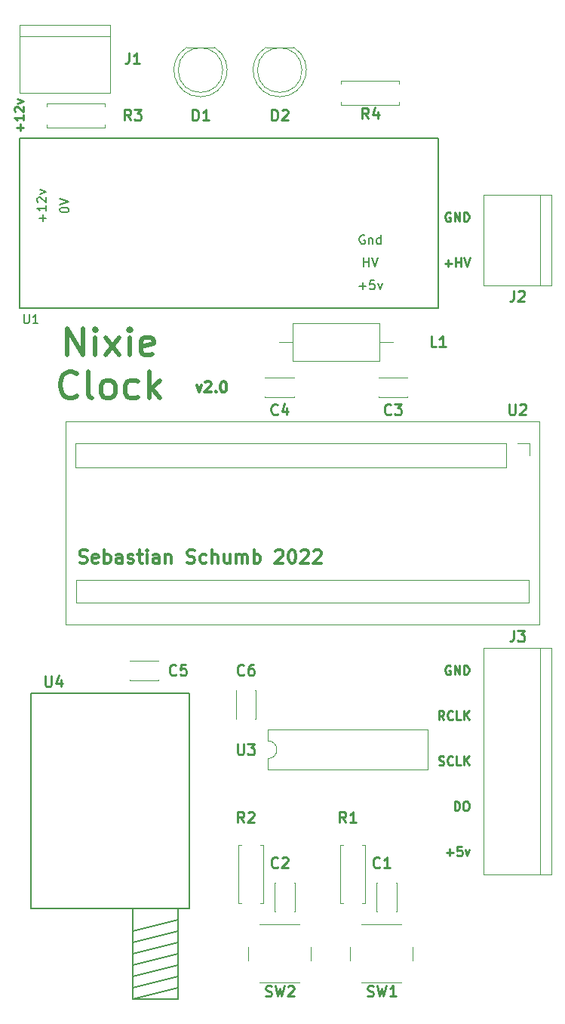
<source format=gbr>
%TF.GenerationSoftware,KiCad,Pcbnew,6.0.0*%
%TF.CreationDate,2022-01-29T19:02:30+01:00*%
%TF.ProjectId,clock-board,636c6f63-6b2d-4626-9f61-72642e6b6963,rev?*%
%TF.SameCoordinates,Original*%
%TF.FileFunction,Legend,Top*%
%TF.FilePolarity,Positive*%
%FSLAX46Y46*%
G04 Gerber Fmt 4.6, Leading zero omitted, Abs format (unit mm)*
G04 Created by KiCad (PCBNEW 6.0.0) date 2022-01-29 19:02:30*
%MOMM*%
%LPD*%
G01*
G04 APERTURE LIST*
%ADD10C,0.300000*%
%ADD11C,0.500000*%
%ADD12C,0.250000*%
%ADD13C,0.150000*%
%ADD14C,0.120000*%
G04 APERTURE END LIST*
D10*
X66438571Y-114907142D02*
X66652857Y-114978571D01*
X67010000Y-114978571D01*
X67152857Y-114907142D01*
X67224285Y-114835714D01*
X67295714Y-114692857D01*
X67295714Y-114550000D01*
X67224285Y-114407142D01*
X67152857Y-114335714D01*
X67010000Y-114264285D01*
X66724285Y-114192857D01*
X66581428Y-114121428D01*
X66510000Y-114050000D01*
X66438571Y-113907142D01*
X66438571Y-113764285D01*
X66510000Y-113621428D01*
X66581428Y-113550000D01*
X66724285Y-113478571D01*
X67081428Y-113478571D01*
X67295714Y-113550000D01*
X68510000Y-114907142D02*
X68367142Y-114978571D01*
X68081428Y-114978571D01*
X67938571Y-114907142D01*
X67867142Y-114764285D01*
X67867142Y-114192857D01*
X67938571Y-114050000D01*
X68081428Y-113978571D01*
X68367142Y-113978571D01*
X68510000Y-114050000D01*
X68581428Y-114192857D01*
X68581428Y-114335714D01*
X67867142Y-114478571D01*
X69224285Y-114978571D02*
X69224285Y-113478571D01*
X69224285Y-114050000D02*
X69367142Y-113978571D01*
X69652857Y-113978571D01*
X69795714Y-114050000D01*
X69867142Y-114121428D01*
X69938571Y-114264285D01*
X69938571Y-114692857D01*
X69867142Y-114835714D01*
X69795714Y-114907142D01*
X69652857Y-114978571D01*
X69367142Y-114978571D01*
X69224285Y-114907142D01*
X71224285Y-114978571D02*
X71224285Y-114192857D01*
X71152857Y-114050000D01*
X71010000Y-113978571D01*
X70724285Y-113978571D01*
X70581428Y-114050000D01*
X71224285Y-114907142D02*
X71081428Y-114978571D01*
X70724285Y-114978571D01*
X70581428Y-114907142D01*
X70510000Y-114764285D01*
X70510000Y-114621428D01*
X70581428Y-114478571D01*
X70724285Y-114407142D01*
X71081428Y-114407142D01*
X71224285Y-114335714D01*
X71867142Y-114907142D02*
X72010000Y-114978571D01*
X72295714Y-114978571D01*
X72438571Y-114907142D01*
X72510000Y-114764285D01*
X72510000Y-114692857D01*
X72438571Y-114550000D01*
X72295714Y-114478571D01*
X72081428Y-114478571D01*
X71938571Y-114407142D01*
X71867142Y-114264285D01*
X71867142Y-114192857D01*
X71938571Y-114050000D01*
X72081428Y-113978571D01*
X72295714Y-113978571D01*
X72438571Y-114050000D01*
X72938571Y-113978571D02*
X73510000Y-113978571D01*
X73152857Y-113478571D02*
X73152857Y-114764285D01*
X73224285Y-114907142D01*
X73367142Y-114978571D01*
X73510000Y-114978571D01*
X74010000Y-114978571D02*
X74010000Y-113978571D01*
X74010000Y-113478571D02*
X73938571Y-113550000D01*
X74010000Y-113621428D01*
X74081428Y-113550000D01*
X74010000Y-113478571D01*
X74010000Y-113621428D01*
X75367142Y-114978571D02*
X75367142Y-114192857D01*
X75295714Y-114050000D01*
X75152857Y-113978571D01*
X74867142Y-113978571D01*
X74724285Y-114050000D01*
X75367142Y-114907142D02*
X75224285Y-114978571D01*
X74867142Y-114978571D01*
X74724285Y-114907142D01*
X74652857Y-114764285D01*
X74652857Y-114621428D01*
X74724285Y-114478571D01*
X74867142Y-114407142D01*
X75224285Y-114407142D01*
X75367142Y-114335714D01*
X76081428Y-113978571D02*
X76081428Y-114978571D01*
X76081428Y-114121428D02*
X76152857Y-114050000D01*
X76295714Y-113978571D01*
X76510000Y-113978571D01*
X76652857Y-114050000D01*
X76724285Y-114192857D01*
X76724285Y-114978571D01*
X78510000Y-114907142D02*
X78724285Y-114978571D01*
X79081428Y-114978571D01*
X79224285Y-114907142D01*
X79295714Y-114835714D01*
X79367142Y-114692857D01*
X79367142Y-114550000D01*
X79295714Y-114407142D01*
X79224285Y-114335714D01*
X79081428Y-114264285D01*
X78795714Y-114192857D01*
X78652857Y-114121428D01*
X78581428Y-114050000D01*
X78510000Y-113907142D01*
X78510000Y-113764285D01*
X78581428Y-113621428D01*
X78652857Y-113550000D01*
X78795714Y-113478571D01*
X79152857Y-113478571D01*
X79367142Y-113550000D01*
X80652857Y-114907142D02*
X80510000Y-114978571D01*
X80224285Y-114978571D01*
X80081428Y-114907142D01*
X80010000Y-114835714D01*
X79938571Y-114692857D01*
X79938571Y-114264285D01*
X80010000Y-114121428D01*
X80081428Y-114050000D01*
X80224285Y-113978571D01*
X80510000Y-113978571D01*
X80652857Y-114050000D01*
X81295714Y-114978571D02*
X81295714Y-113478571D01*
X81938571Y-114978571D02*
X81938571Y-114192857D01*
X81867142Y-114050000D01*
X81724285Y-113978571D01*
X81510000Y-113978571D01*
X81367142Y-114050000D01*
X81295714Y-114121428D01*
X83295714Y-113978571D02*
X83295714Y-114978571D01*
X82652857Y-113978571D02*
X82652857Y-114764285D01*
X82724285Y-114907142D01*
X82867142Y-114978571D01*
X83081428Y-114978571D01*
X83224285Y-114907142D01*
X83295714Y-114835714D01*
X84010000Y-114978571D02*
X84010000Y-113978571D01*
X84010000Y-114121428D02*
X84081428Y-114050000D01*
X84224285Y-113978571D01*
X84438571Y-113978571D01*
X84581428Y-114050000D01*
X84652857Y-114192857D01*
X84652857Y-114978571D01*
X84652857Y-114192857D02*
X84724285Y-114050000D01*
X84867142Y-113978571D01*
X85081428Y-113978571D01*
X85224285Y-114050000D01*
X85295714Y-114192857D01*
X85295714Y-114978571D01*
X86010000Y-114978571D02*
X86010000Y-113478571D01*
X86010000Y-114050000D02*
X86152857Y-113978571D01*
X86438571Y-113978571D01*
X86581428Y-114050000D01*
X86652857Y-114121428D01*
X86724285Y-114264285D01*
X86724285Y-114692857D01*
X86652857Y-114835714D01*
X86581428Y-114907142D01*
X86438571Y-114978571D01*
X86152857Y-114978571D01*
X86010000Y-114907142D01*
X88438571Y-113621428D02*
X88510000Y-113550000D01*
X88652857Y-113478571D01*
X89010000Y-113478571D01*
X89152857Y-113550000D01*
X89224285Y-113621428D01*
X89295714Y-113764285D01*
X89295714Y-113907142D01*
X89224285Y-114121428D01*
X88367142Y-114978571D01*
X89295714Y-114978571D01*
X90224285Y-113478571D02*
X90367142Y-113478571D01*
X90510000Y-113550000D01*
X90581428Y-113621428D01*
X90652857Y-113764285D01*
X90724285Y-114050000D01*
X90724285Y-114407142D01*
X90652857Y-114692857D01*
X90581428Y-114835714D01*
X90510000Y-114907142D01*
X90367142Y-114978571D01*
X90224285Y-114978571D01*
X90081428Y-114907142D01*
X90010000Y-114835714D01*
X89938571Y-114692857D01*
X89867142Y-114407142D01*
X89867142Y-114050000D01*
X89938571Y-113764285D01*
X90010000Y-113621428D01*
X90081428Y-113550000D01*
X90224285Y-113478571D01*
X91295714Y-113621428D02*
X91367142Y-113550000D01*
X91510000Y-113478571D01*
X91867142Y-113478571D01*
X92010000Y-113550000D01*
X92081428Y-113621428D01*
X92152857Y-113764285D01*
X92152857Y-113907142D01*
X92081428Y-114121428D01*
X91224285Y-114978571D01*
X92152857Y-114978571D01*
X92724285Y-113621428D02*
X92795714Y-113550000D01*
X92938571Y-113478571D01*
X93295714Y-113478571D01*
X93438571Y-113550000D01*
X93510000Y-113621428D01*
X93581428Y-113764285D01*
X93581428Y-113907142D01*
X93510000Y-114121428D01*
X92652857Y-114978571D01*
X93581428Y-114978571D01*
X79565714Y-94992857D02*
X79851428Y-95792857D01*
X80137142Y-94992857D01*
X80537142Y-94707142D02*
X80594285Y-94650000D01*
X80708571Y-94592857D01*
X80994285Y-94592857D01*
X81108571Y-94650000D01*
X81165714Y-94707142D01*
X81222857Y-94821428D01*
X81222857Y-94935714D01*
X81165714Y-95107142D01*
X80480000Y-95792857D01*
X81222857Y-95792857D01*
X81737142Y-95678571D02*
X81794285Y-95735714D01*
X81737142Y-95792857D01*
X81680000Y-95735714D01*
X81737142Y-95678571D01*
X81737142Y-95792857D01*
X82537142Y-94592857D02*
X82651428Y-94592857D01*
X82765714Y-94650000D01*
X82822857Y-94707142D01*
X82880000Y-94821428D01*
X82937142Y-95050000D01*
X82937142Y-95335714D01*
X82880000Y-95564285D01*
X82822857Y-95678571D01*
X82765714Y-95735714D01*
X82651428Y-95792857D01*
X82537142Y-95792857D01*
X82422857Y-95735714D01*
X82365714Y-95678571D01*
X82308571Y-95564285D01*
X82251428Y-95335714D01*
X82251428Y-95050000D01*
X82308571Y-94821428D01*
X82365714Y-94707142D01*
X82422857Y-94650000D01*
X82537142Y-94592857D01*
D11*
X65064285Y-91652142D02*
X65064285Y-88652142D01*
X66778571Y-91652142D01*
X66778571Y-88652142D01*
X68207142Y-91652142D02*
X68207142Y-89652142D01*
X68207142Y-88652142D02*
X68064285Y-88795000D01*
X68207142Y-88937857D01*
X68350000Y-88795000D01*
X68207142Y-88652142D01*
X68207142Y-88937857D01*
X69350000Y-91652142D02*
X70921428Y-89652142D01*
X69350000Y-89652142D02*
X70921428Y-91652142D01*
X72064285Y-91652142D02*
X72064285Y-89652142D01*
X72064285Y-88652142D02*
X71921428Y-88795000D01*
X72064285Y-88937857D01*
X72207142Y-88795000D01*
X72064285Y-88652142D01*
X72064285Y-88937857D01*
X74635714Y-91509285D02*
X74350000Y-91652142D01*
X73778571Y-91652142D01*
X73492857Y-91509285D01*
X73350000Y-91223571D01*
X73350000Y-90080714D01*
X73492857Y-89795000D01*
X73778571Y-89652142D01*
X74350000Y-89652142D01*
X74635714Y-89795000D01*
X74778571Y-90080714D01*
X74778571Y-90366428D01*
X73350000Y-90652142D01*
X66135714Y-96196428D02*
X65992857Y-96339285D01*
X65564285Y-96482142D01*
X65278571Y-96482142D01*
X64850000Y-96339285D01*
X64564285Y-96053571D01*
X64421428Y-95767857D01*
X64278571Y-95196428D01*
X64278571Y-94767857D01*
X64421428Y-94196428D01*
X64564285Y-93910714D01*
X64850000Y-93625000D01*
X65278571Y-93482142D01*
X65564285Y-93482142D01*
X65992857Y-93625000D01*
X66135714Y-93767857D01*
X67850000Y-96482142D02*
X67564285Y-96339285D01*
X67421428Y-96053571D01*
X67421428Y-93482142D01*
X69421428Y-96482142D02*
X69135714Y-96339285D01*
X68992857Y-96196428D01*
X68850000Y-95910714D01*
X68850000Y-95053571D01*
X68992857Y-94767857D01*
X69135714Y-94625000D01*
X69421428Y-94482142D01*
X69850000Y-94482142D01*
X70135714Y-94625000D01*
X70278571Y-94767857D01*
X70421428Y-95053571D01*
X70421428Y-95910714D01*
X70278571Y-96196428D01*
X70135714Y-96339285D01*
X69850000Y-96482142D01*
X69421428Y-96482142D01*
X72992857Y-96339285D02*
X72707142Y-96482142D01*
X72135714Y-96482142D01*
X71850000Y-96339285D01*
X71707142Y-96196428D01*
X71564285Y-95910714D01*
X71564285Y-95053571D01*
X71707142Y-94767857D01*
X71850000Y-94625000D01*
X72135714Y-94482142D01*
X72707142Y-94482142D01*
X72992857Y-94625000D01*
X74278571Y-96482142D02*
X74278571Y-93482142D01*
X74564285Y-95339285D02*
X75421428Y-96482142D01*
X75421428Y-94482142D02*
X74278571Y-95625000D01*
D12*
X59761428Y-66484285D02*
X59761428Y-65722380D01*
X60142380Y-66103333D02*
X59380476Y-66103333D01*
X60142380Y-64722380D02*
X60142380Y-65293809D01*
X60142380Y-65008095D02*
X59142380Y-65008095D01*
X59285238Y-65103333D01*
X59380476Y-65198571D01*
X59428095Y-65293809D01*
X59237619Y-64341428D02*
X59190000Y-64293809D01*
X59142380Y-64198571D01*
X59142380Y-63960476D01*
X59190000Y-63865238D01*
X59237619Y-63817619D01*
X59332857Y-63770000D01*
X59428095Y-63770000D01*
X59570952Y-63817619D01*
X60142380Y-64389047D01*
X60142380Y-63770000D01*
X59475714Y-63436666D02*
X60142380Y-63198571D01*
X59475714Y-62960476D01*
X107422738Y-81351428D02*
X108184642Y-81351428D01*
X107803690Y-81732380D02*
X107803690Y-80970476D01*
X108660833Y-81732380D02*
X108660833Y-80732380D01*
X108660833Y-81208571D02*
X109232261Y-81208571D01*
X109232261Y-81732380D02*
X109232261Y-80732380D01*
X109565595Y-80732380D02*
X109898928Y-81732380D01*
X110232261Y-80732380D01*
X108041785Y-75700000D02*
X107946547Y-75652380D01*
X107803690Y-75652380D01*
X107660833Y-75700000D01*
X107565595Y-75795238D01*
X107517976Y-75890476D01*
X107470357Y-76080952D01*
X107470357Y-76223809D01*
X107517976Y-76414285D01*
X107565595Y-76509523D01*
X107660833Y-76604761D01*
X107803690Y-76652380D01*
X107898928Y-76652380D01*
X108041785Y-76604761D01*
X108089404Y-76557142D01*
X108089404Y-76223809D01*
X107898928Y-76223809D01*
X108517976Y-76652380D02*
X108517976Y-75652380D01*
X109089404Y-76652380D01*
X109089404Y-75652380D01*
X109565595Y-76652380D02*
X109565595Y-75652380D01*
X109803690Y-75652380D01*
X109946547Y-75700000D01*
X110041785Y-75795238D01*
X110089404Y-75890476D01*
X110137023Y-76080952D01*
X110137023Y-76223809D01*
X110089404Y-76414285D01*
X110041785Y-76509523D01*
X109946547Y-76604761D01*
X109803690Y-76652380D01*
X109565595Y-76652380D01*
X107613214Y-147391428D02*
X108375119Y-147391428D01*
X107994166Y-147772380D02*
X107994166Y-147010476D01*
X109327500Y-146772380D02*
X108851309Y-146772380D01*
X108803690Y-147248571D01*
X108851309Y-147200952D01*
X108946547Y-147153333D01*
X109184642Y-147153333D01*
X109279880Y-147200952D01*
X109327500Y-147248571D01*
X109375119Y-147343809D01*
X109375119Y-147581904D01*
X109327500Y-147677142D01*
X109279880Y-147724761D01*
X109184642Y-147772380D01*
X108946547Y-147772380D01*
X108851309Y-147724761D01*
X108803690Y-147677142D01*
X109708452Y-147105714D02*
X109946547Y-147772380D01*
X110184642Y-147105714D01*
X108517976Y-142692380D02*
X108517976Y-141692380D01*
X108756071Y-141692380D01*
X108898928Y-141740000D01*
X108994166Y-141835238D01*
X109041785Y-141930476D01*
X109089404Y-142120952D01*
X109089404Y-142263809D01*
X109041785Y-142454285D01*
X108994166Y-142549523D01*
X108898928Y-142644761D01*
X108756071Y-142692380D01*
X108517976Y-142692380D01*
X109708452Y-141692380D02*
X109898928Y-141692380D01*
X109994166Y-141740000D01*
X110089404Y-141835238D01*
X110137023Y-142025714D01*
X110137023Y-142359047D01*
X110089404Y-142549523D01*
X109994166Y-142644761D01*
X109898928Y-142692380D01*
X109708452Y-142692380D01*
X109613214Y-142644761D01*
X109517976Y-142549523D01*
X109470357Y-142359047D01*
X109470357Y-142025714D01*
X109517976Y-141835238D01*
X109613214Y-141740000D01*
X109708452Y-141692380D01*
X106756071Y-137564761D02*
X106898928Y-137612380D01*
X107137023Y-137612380D01*
X107232261Y-137564761D01*
X107279880Y-137517142D01*
X107327500Y-137421904D01*
X107327500Y-137326666D01*
X107279880Y-137231428D01*
X107232261Y-137183809D01*
X107137023Y-137136190D01*
X106946547Y-137088571D01*
X106851309Y-137040952D01*
X106803690Y-136993333D01*
X106756071Y-136898095D01*
X106756071Y-136802857D01*
X106803690Y-136707619D01*
X106851309Y-136660000D01*
X106946547Y-136612380D01*
X107184642Y-136612380D01*
X107327500Y-136660000D01*
X108327500Y-137517142D02*
X108279880Y-137564761D01*
X108137023Y-137612380D01*
X108041785Y-137612380D01*
X107898928Y-137564761D01*
X107803690Y-137469523D01*
X107756071Y-137374285D01*
X107708452Y-137183809D01*
X107708452Y-137040952D01*
X107756071Y-136850476D01*
X107803690Y-136755238D01*
X107898928Y-136660000D01*
X108041785Y-136612380D01*
X108137023Y-136612380D01*
X108279880Y-136660000D01*
X108327500Y-136707619D01*
X109232261Y-137612380D02*
X108756071Y-137612380D01*
X108756071Y-136612380D01*
X109565595Y-137612380D02*
X109565595Y-136612380D01*
X110137023Y-137612380D02*
X109708452Y-137040952D01*
X110137023Y-136612380D02*
X109565595Y-137183809D01*
X108041785Y-126500000D02*
X107946547Y-126452380D01*
X107803690Y-126452380D01*
X107660833Y-126500000D01*
X107565595Y-126595238D01*
X107517976Y-126690476D01*
X107470357Y-126880952D01*
X107470357Y-127023809D01*
X107517976Y-127214285D01*
X107565595Y-127309523D01*
X107660833Y-127404761D01*
X107803690Y-127452380D01*
X107898928Y-127452380D01*
X108041785Y-127404761D01*
X108089404Y-127357142D01*
X108089404Y-127023809D01*
X107898928Y-127023809D01*
X108517976Y-127452380D02*
X108517976Y-126452380D01*
X109089404Y-127452380D01*
X109089404Y-126452380D01*
X109565595Y-127452380D02*
X109565595Y-126452380D01*
X109803690Y-126452380D01*
X109946547Y-126500000D01*
X110041785Y-126595238D01*
X110089404Y-126690476D01*
X110137023Y-126880952D01*
X110137023Y-127023809D01*
X110089404Y-127214285D01*
X110041785Y-127309523D01*
X109946547Y-127404761D01*
X109803690Y-127452380D01*
X109565595Y-127452380D01*
X107327500Y-132532380D02*
X106994166Y-132056190D01*
X106756071Y-132532380D02*
X106756071Y-131532380D01*
X107137023Y-131532380D01*
X107232261Y-131580000D01*
X107279880Y-131627619D01*
X107327500Y-131722857D01*
X107327500Y-131865714D01*
X107279880Y-131960952D01*
X107232261Y-132008571D01*
X107137023Y-132056190D01*
X106756071Y-132056190D01*
X108327500Y-132437142D02*
X108279880Y-132484761D01*
X108137023Y-132532380D01*
X108041785Y-132532380D01*
X107898928Y-132484761D01*
X107803690Y-132389523D01*
X107756071Y-132294285D01*
X107708452Y-132103809D01*
X107708452Y-131960952D01*
X107756071Y-131770476D01*
X107803690Y-131675238D01*
X107898928Y-131580000D01*
X108041785Y-131532380D01*
X108137023Y-131532380D01*
X108279880Y-131580000D01*
X108327500Y-131627619D01*
X109232261Y-132532380D02*
X108756071Y-132532380D01*
X108756071Y-131532380D01*
X109565595Y-132532380D02*
X109565595Y-131532380D01*
X110137023Y-132532380D02*
X109708452Y-131960952D01*
X110137023Y-131532380D02*
X109565595Y-132103809D01*
D13*
%TO.C,*%
D12*
%TO.C,R2*%
X84890000Y-144052857D02*
X84490000Y-143481428D01*
X84204285Y-144052857D02*
X84204285Y-142852857D01*
X84661428Y-142852857D01*
X84775714Y-142910000D01*
X84832857Y-142967142D01*
X84890000Y-143081428D01*
X84890000Y-143252857D01*
X84832857Y-143367142D01*
X84775714Y-143424285D01*
X84661428Y-143481428D01*
X84204285Y-143481428D01*
X85347142Y-142967142D02*
X85404285Y-142910000D01*
X85518571Y-142852857D01*
X85804285Y-142852857D01*
X85918571Y-142910000D01*
X85975714Y-142967142D01*
X86032857Y-143081428D01*
X86032857Y-143195714D01*
X85975714Y-143367142D01*
X85290000Y-144052857D01*
X86032857Y-144052857D01*
D13*
%TO.C,U1*%
X60198095Y-87082380D02*
X60198095Y-87891904D01*
X60245714Y-87987142D01*
X60293333Y-88034761D01*
X60388571Y-88082380D01*
X60579047Y-88082380D01*
X60674285Y-88034761D01*
X60721904Y-87987142D01*
X60769523Y-87891904D01*
X60769523Y-87082380D01*
X61769523Y-88082380D02*
X61198095Y-88082380D01*
X61483809Y-88082380D02*
X61483809Y-87082380D01*
X61388571Y-87225238D01*
X61293333Y-87320476D01*
X61198095Y-87368095D01*
X64222380Y-75406190D02*
X64222380Y-75310952D01*
X64270000Y-75215714D01*
X64317619Y-75168095D01*
X64412857Y-75120476D01*
X64603333Y-75072857D01*
X64841428Y-75072857D01*
X65031904Y-75120476D01*
X65127142Y-75168095D01*
X65174761Y-75215714D01*
X65222380Y-75310952D01*
X65222380Y-75406190D01*
X65174761Y-75501428D01*
X65127142Y-75549047D01*
X65031904Y-75596666D01*
X64841428Y-75644285D01*
X64603333Y-75644285D01*
X64412857Y-75596666D01*
X64317619Y-75549047D01*
X64270000Y-75501428D01*
X64222380Y-75406190D01*
X64222380Y-74787142D02*
X65222380Y-74453809D01*
X64222380Y-74120476D01*
X98417142Y-78240000D02*
X98321904Y-78192380D01*
X98179047Y-78192380D01*
X98036190Y-78240000D01*
X97940952Y-78335238D01*
X97893333Y-78430476D01*
X97845714Y-78620952D01*
X97845714Y-78763809D01*
X97893333Y-78954285D01*
X97940952Y-79049523D01*
X98036190Y-79144761D01*
X98179047Y-79192380D01*
X98274285Y-79192380D01*
X98417142Y-79144761D01*
X98464761Y-79097142D01*
X98464761Y-78763809D01*
X98274285Y-78763809D01*
X98893333Y-78525714D02*
X98893333Y-79192380D01*
X98893333Y-78620952D02*
X98940952Y-78573333D01*
X99036190Y-78525714D01*
X99179047Y-78525714D01*
X99274285Y-78573333D01*
X99321904Y-78668571D01*
X99321904Y-79192380D01*
X100226666Y-79192380D02*
X100226666Y-78192380D01*
X100226666Y-79144761D02*
X100131428Y-79192380D01*
X99940952Y-79192380D01*
X99845714Y-79144761D01*
X99798095Y-79097142D01*
X99750476Y-79001904D01*
X99750476Y-78716190D01*
X99798095Y-78620952D01*
X99845714Y-78573333D01*
X99940952Y-78525714D01*
X100131428Y-78525714D01*
X100226666Y-78573333D01*
X62301428Y-76644285D02*
X62301428Y-75882380D01*
X62682380Y-76263333D02*
X61920476Y-76263333D01*
X62682380Y-74882380D02*
X62682380Y-75453809D01*
X62682380Y-75168095D02*
X61682380Y-75168095D01*
X61825238Y-75263333D01*
X61920476Y-75358571D01*
X61968095Y-75453809D01*
X61777619Y-74501428D02*
X61730000Y-74453809D01*
X61682380Y-74358571D01*
X61682380Y-74120476D01*
X61730000Y-74025238D01*
X61777619Y-73977619D01*
X61872857Y-73930000D01*
X61968095Y-73930000D01*
X62110952Y-73977619D01*
X62682380Y-74549047D01*
X62682380Y-73930000D01*
X62015714Y-73596666D02*
X62682380Y-73358571D01*
X62015714Y-73120476D01*
X98345714Y-81732380D02*
X98345714Y-80732380D01*
X98345714Y-81208571D02*
X98917142Y-81208571D01*
X98917142Y-81732380D02*
X98917142Y-80732380D01*
X99250476Y-80732380D02*
X99583809Y-81732380D01*
X99917142Y-80732380D01*
X97821904Y-83891428D02*
X98583809Y-83891428D01*
X98202857Y-84272380D02*
X98202857Y-83510476D01*
X99536190Y-83272380D02*
X99060000Y-83272380D01*
X99012380Y-83748571D01*
X99060000Y-83700952D01*
X99155238Y-83653333D01*
X99393333Y-83653333D01*
X99488571Y-83700952D01*
X99536190Y-83748571D01*
X99583809Y-83843809D01*
X99583809Y-84081904D01*
X99536190Y-84177142D01*
X99488571Y-84224761D01*
X99393333Y-84272380D01*
X99155238Y-84272380D01*
X99060000Y-84224761D01*
X99012380Y-84177142D01*
X99917142Y-83605714D02*
X100155238Y-84272380D01*
X100393333Y-83605714D01*
D12*
%TO.C,U4*%
X62585714Y-127612857D02*
X62585714Y-128584285D01*
X62642857Y-128698571D01*
X62700000Y-128755714D01*
X62814285Y-128812857D01*
X63042857Y-128812857D01*
X63157142Y-128755714D01*
X63214285Y-128698571D01*
X63271428Y-128584285D01*
X63271428Y-127612857D01*
X64357142Y-128012857D02*
X64357142Y-128812857D01*
X64071428Y-127555714D02*
X63785714Y-128412857D01*
X64528571Y-128412857D01*
%TO.C,R3*%
X72190000Y-65312857D02*
X71790000Y-64741428D01*
X71504285Y-65312857D02*
X71504285Y-64112857D01*
X71961428Y-64112857D01*
X72075714Y-64170000D01*
X72132857Y-64227142D01*
X72190000Y-64341428D01*
X72190000Y-64512857D01*
X72132857Y-64627142D01*
X72075714Y-64684285D01*
X71961428Y-64741428D01*
X71504285Y-64741428D01*
X72590000Y-64112857D02*
X73332857Y-64112857D01*
X72932857Y-64570000D01*
X73104285Y-64570000D01*
X73218571Y-64627142D01*
X73275714Y-64684285D01*
X73332857Y-64798571D01*
X73332857Y-65084285D01*
X73275714Y-65198571D01*
X73218571Y-65255714D01*
X73104285Y-65312857D01*
X72761428Y-65312857D01*
X72647142Y-65255714D01*
X72590000Y-65198571D01*
%TO.C,R4*%
X98860000Y-65142857D02*
X98460000Y-64571428D01*
X98174285Y-65142857D02*
X98174285Y-63942857D01*
X98631428Y-63942857D01*
X98745714Y-64000000D01*
X98802857Y-64057142D01*
X98860000Y-64171428D01*
X98860000Y-64342857D01*
X98802857Y-64457142D01*
X98745714Y-64514285D01*
X98631428Y-64571428D01*
X98174285Y-64571428D01*
X99888571Y-64342857D02*
X99888571Y-65142857D01*
X99602857Y-63885714D02*
X99317142Y-64742857D01*
X100060000Y-64742857D01*
%TO.C,D1*%
X79124285Y-65312857D02*
X79124285Y-64112857D01*
X79410000Y-64112857D01*
X79581428Y-64170000D01*
X79695714Y-64284285D01*
X79752857Y-64398571D01*
X79810000Y-64627142D01*
X79810000Y-64798571D01*
X79752857Y-65027142D01*
X79695714Y-65141428D01*
X79581428Y-65255714D01*
X79410000Y-65312857D01*
X79124285Y-65312857D01*
X80952857Y-65312857D02*
X80267142Y-65312857D01*
X80610000Y-65312857D02*
X80610000Y-64112857D01*
X80495714Y-64284285D01*
X80381428Y-64398571D01*
X80267142Y-64455714D01*
%TO.C,C5*%
X77270000Y-127428571D02*
X77212857Y-127485714D01*
X77041428Y-127542857D01*
X76927142Y-127542857D01*
X76755714Y-127485714D01*
X76641428Y-127371428D01*
X76584285Y-127257142D01*
X76527142Y-127028571D01*
X76527142Y-126857142D01*
X76584285Y-126628571D01*
X76641428Y-126514285D01*
X76755714Y-126400000D01*
X76927142Y-126342857D01*
X77041428Y-126342857D01*
X77212857Y-126400000D01*
X77270000Y-126457142D01*
X78355714Y-126342857D02*
X77784285Y-126342857D01*
X77727142Y-126914285D01*
X77784285Y-126857142D01*
X77898571Y-126800000D01*
X78184285Y-126800000D01*
X78298571Y-126857142D01*
X78355714Y-126914285D01*
X78412857Y-127028571D01*
X78412857Y-127314285D01*
X78355714Y-127428571D01*
X78298571Y-127485714D01*
X78184285Y-127542857D01*
X77898571Y-127542857D01*
X77784285Y-127485714D01*
X77727142Y-127428571D01*
%TO.C,J1*%
X71990000Y-57762857D02*
X71990000Y-58620000D01*
X71932857Y-58791428D01*
X71818571Y-58905714D01*
X71647142Y-58962857D01*
X71532857Y-58962857D01*
X73190000Y-58962857D02*
X72504285Y-58962857D01*
X72847142Y-58962857D02*
X72847142Y-57762857D01*
X72732857Y-57934285D01*
X72618571Y-58048571D01*
X72504285Y-58105714D01*
%TO.C,C1*%
X100130000Y-149018571D02*
X100072857Y-149075714D01*
X99901428Y-149132857D01*
X99787142Y-149132857D01*
X99615714Y-149075714D01*
X99501428Y-148961428D01*
X99444285Y-148847142D01*
X99387142Y-148618571D01*
X99387142Y-148447142D01*
X99444285Y-148218571D01*
X99501428Y-148104285D01*
X99615714Y-147990000D01*
X99787142Y-147932857D01*
X99901428Y-147932857D01*
X100072857Y-147990000D01*
X100130000Y-148047142D01*
X101272857Y-149132857D02*
X100587142Y-149132857D01*
X100930000Y-149132857D02*
X100930000Y-147932857D01*
X100815714Y-148104285D01*
X100701428Y-148218571D01*
X100587142Y-148275714D01*
%TO.C,D2*%
X88014285Y-65312857D02*
X88014285Y-64112857D01*
X88300000Y-64112857D01*
X88471428Y-64170000D01*
X88585714Y-64284285D01*
X88642857Y-64398571D01*
X88700000Y-64627142D01*
X88700000Y-64798571D01*
X88642857Y-65027142D01*
X88585714Y-65141428D01*
X88471428Y-65255714D01*
X88300000Y-65312857D01*
X88014285Y-65312857D01*
X89157142Y-64227142D02*
X89214285Y-64170000D01*
X89328571Y-64112857D01*
X89614285Y-64112857D01*
X89728571Y-64170000D01*
X89785714Y-64227142D01*
X89842857Y-64341428D01*
X89842857Y-64455714D01*
X89785714Y-64627142D01*
X89100000Y-65312857D01*
X89842857Y-65312857D01*
%TO.C,R1*%
X96320000Y-144052857D02*
X95920000Y-143481428D01*
X95634285Y-144052857D02*
X95634285Y-142852857D01*
X96091428Y-142852857D01*
X96205714Y-142910000D01*
X96262857Y-142967142D01*
X96320000Y-143081428D01*
X96320000Y-143252857D01*
X96262857Y-143367142D01*
X96205714Y-143424285D01*
X96091428Y-143481428D01*
X95634285Y-143481428D01*
X97462857Y-144052857D02*
X96777142Y-144052857D01*
X97120000Y-144052857D02*
X97120000Y-142852857D01*
X97005714Y-143024285D01*
X96891428Y-143138571D01*
X96777142Y-143195714D01*
%TO.C,U2*%
X114655714Y-97132857D02*
X114655714Y-98104285D01*
X114712857Y-98218571D01*
X114770000Y-98275714D01*
X114884285Y-98332857D01*
X115112857Y-98332857D01*
X115227142Y-98275714D01*
X115284285Y-98218571D01*
X115341428Y-98104285D01*
X115341428Y-97132857D01*
X115855714Y-97247142D02*
X115912857Y-97190000D01*
X116027142Y-97132857D01*
X116312857Y-97132857D01*
X116427142Y-97190000D01*
X116484285Y-97247142D01*
X116541428Y-97361428D01*
X116541428Y-97475714D01*
X116484285Y-97647142D01*
X115798571Y-98332857D01*
X116541428Y-98332857D01*
%TO.C,SW2*%
X87300000Y-163485714D02*
X87471428Y-163542857D01*
X87757142Y-163542857D01*
X87871428Y-163485714D01*
X87928571Y-163428571D01*
X87985714Y-163314285D01*
X87985714Y-163200000D01*
X87928571Y-163085714D01*
X87871428Y-163028571D01*
X87757142Y-162971428D01*
X87528571Y-162914285D01*
X87414285Y-162857142D01*
X87357142Y-162800000D01*
X87300000Y-162685714D01*
X87300000Y-162571428D01*
X87357142Y-162457142D01*
X87414285Y-162400000D01*
X87528571Y-162342857D01*
X87814285Y-162342857D01*
X87985714Y-162400000D01*
X88385714Y-162342857D02*
X88671428Y-163542857D01*
X88900000Y-162685714D01*
X89128571Y-163542857D01*
X89414285Y-162342857D01*
X89814285Y-162457142D02*
X89871428Y-162400000D01*
X89985714Y-162342857D01*
X90271428Y-162342857D01*
X90385714Y-162400000D01*
X90442857Y-162457142D01*
X90500000Y-162571428D01*
X90500000Y-162685714D01*
X90442857Y-162857142D01*
X89757142Y-163542857D01*
X90500000Y-163542857D01*
%TO.C,J3*%
X115170000Y-122532857D02*
X115170000Y-123390000D01*
X115112857Y-123561428D01*
X114998571Y-123675714D01*
X114827142Y-123732857D01*
X114712857Y-123732857D01*
X115627142Y-122532857D02*
X116370000Y-122532857D01*
X115970000Y-122990000D01*
X116141428Y-122990000D01*
X116255714Y-123047142D01*
X116312857Y-123104285D01*
X116370000Y-123218571D01*
X116370000Y-123504285D01*
X116312857Y-123618571D01*
X116255714Y-123675714D01*
X116141428Y-123732857D01*
X115798571Y-123732857D01*
X115684285Y-123675714D01*
X115627142Y-123618571D01*
%TO.C,SW1*%
X98730000Y-163485714D02*
X98901428Y-163542857D01*
X99187142Y-163542857D01*
X99301428Y-163485714D01*
X99358571Y-163428571D01*
X99415714Y-163314285D01*
X99415714Y-163200000D01*
X99358571Y-163085714D01*
X99301428Y-163028571D01*
X99187142Y-162971428D01*
X98958571Y-162914285D01*
X98844285Y-162857142D01*
X98787142Y-162800000D01*
X98730000Y-162685714D01*
X98730000Y-162571428D01*
X98787142Y-162457142D01*
X98844285Y-162400000D01*
X98958571Y-162342857D01*
X99244285Y-162342857D01*
X99415714Y-162400000D01*
X99815714Y-162342857D02*
X100101428Y-163542857D01*
X100330000Y-162685714D01*
X100558571Y-163542857D01*
X100844285Y-162342857D01*
X101930000Y-163542857D02*
X101244285Y-163542857D01*
X101587142Y-163542857D02*
X101587142Y-162342857D01*
X101472857Y-162514285D01*
X101358571Y-162628571D01*
X101244285Y-162685714D01*
%TO.C,C6*%
X84890000Y-127428571D02*
X84832857Y-127485714D01*
X84661428Y-127542857D01*
X84547142Y-127542857D01*
X84375714Y-127485714D01*
X84261428Y-127371428D01*
X84204285Y-127257142D01*
X84147142Y-127028571D01*
X84147142Y-126857142D01*
X84204285Y-126628571D01*
X84261428Y-126514285D01*
X84375714Y-126400000D01*
X84547142Y-126342857D01*
X84661428Y-126342857D01*
X84832857Y-126400000D01*
X84890000Y-126457142D01*
X85918571Y-126342857D02*
X85690000Y-126342857D01*
X85575714Y-126400000D01*
X85518571Y-126457142D01*
X85404285Y-126628571D01*
X85347142Y-126857142D01*
X85347142Y-127314285D01*
X85404285Y-127428571D01*
X85461428Y-127485714D01*
X85575714Y-127542857D01*
X85804285Y-127542857D01*
X85918571Y-127485714D01*
X85975714Y-127428571D01*
X86032857Y-127314285D01*
X86032857Y-127028571D01*
X85975714Y-126914285D01*
X85918571Y-126857142D01*
X85804285Y-126800000D01*
X85575714Y-126800000D01*
X85461428Y-126857142D01*
X85404285Y-126914285D01*
X85347142Y-127028571D01*
%TO.C,L1*%
X106480000Y-90712857D02*
X105908571Y-90712857D01*
X105908571Y-89512857D01*
X107508571Y-90712857D02*
X106822857Y-90712857D01*
X107165714Y-90712857D02*
X107165714Y-89512857D01*
X107051428Y-89684285D01*
X106937142Y-89798571D01*
X106822857Y-89855714D01*
%TO.C,J2*%
X115170000Y-84432857D02*
X115170000Y-85290000D01*
X115112857Y-85461428D01*
X114998571Y-85575714D01*
X114827142Y-85632857D01*
X114712857Y-85632857D01*
X115684285Y-84547142D02*
X115741428Y-84490000D01*
X115855714Y-84432857D01*
X116141428Y-84432857D01*
X116255714Y-84490000D01*
X116312857Y-84547142D01*
X116370000Y-84661428D01*
X116370000Y-84775714D01*
X116312857Y-84947142D01*
X115627142Y-85632857D01*
X116370000Y-85632857D01*
%TO.C,C2*%
X88700000Y-149018571D02*
X88642857Y-149075714D01*
X88471428Y-149132857D01*
X88357142Y-149132857D01*
X88185714Y-149075714D01*
X88071428Y-148961428D01*
X88014285Y-148847142D01*
X87957142Y-148618571D01*
X87957142Y-148447142D01*
X88014285Y-148218571D01*
X88071428Y-148104285D01*
X88185714Y-147990000D01*
X88357142Y-147932857D01*
X88471428Y-147932857D01*
X88642857Y-147990000D01*
X88700000Y-148047142D01*
X89157142Y-148047142D02*
X89214285Y-147990000D01*
X89328571Y-147932857D01*
X89614285Y-147932857D01*
X89728571Y-147990000D01*
X89785714Y-148047142D01*
X89842857Y-148161428D01*
X89842857Y-148275714D01*
X89785714Y-148447142D01*
X89100000Y-149132857D01*
X89842857Y-149132857D01*
%TO.C,C3*%
X101400000Y-98218571D02*
X101342857Y-98275714D01*
X101171428Y-98332857D01*
X101057142Y-98332857D01*
X100885714Y-98275714D01*
X100771428Y-98161428D01*
X100714285Y-98047142D01*
X100657142Y-97818571D01*
X100657142Y-97647142D01*
X100714285Y-97418571D01*
X100771428Y-97304285D01*
X100885714Y-97190000D01*
X101057142Y-97132857D01*
X101171428Y-97132857D01*
X101342857Y-97190000D01*
X101400000Y-97247142D01*
X101800000Y-97132857D02*
X102542857Y-97132857D01*
X102142857Y-97590000D01*
X102314285Y-97590000D01*
X102428571Y-97647142D01*
X102485714Y-97704285D01*
X102542857Y-97818571D01*
X102542857Y-98104285D01*
X102485714Y-98218571D01*
X102428571Y-98275714D01*
X102314285Y-98332857D01*
X101971428Y-98332857D01*
X101857142Y-98275714D01*
X101800000Y-98218571D01*
%TO.C,U3*%
X84175714Y-135232857D02*
X84175714Y-136204285D01*
X84232857Y-136318571D01*
X84290000Y-136375714D01*
X84404285Y-136432857D01*
X84632857Y-136432857D01*
X84747142Y-136375714D01*
X84804285Y-136318571D01*
X84861428Y-136204285D01*
X84861428Y-135232857D01*
X85318571Y-135232857D02*
X86061428Y-135232857D01*
X85661428Y-135690000D01*
X85832857Y-135690000D01*
X85947142Y-135747142D01*
X86004285Y-135804285D01*
X86061428Y-135918571D01*
X86061428Y-136204285D01*
X86004285Y-136318571D01*
X85947142Y-136375714D01*
X85832857Y-136432857D01*
X85490000Y-136432857D01*
X85375714Y-136375714D01*
X85318571Y-136318571D01*
%TO.C,C4*%
X88680000Y-98218571D02*
X88622857Y-98275714D01*
X88451428Y-98332857D01*
X88337142Y-98332857D01*
X88165714Y-98275714D01*
X88051428Y-98161428D01*
X87994285Y-98047142D01*
X87937142Y-97818571D01*
X87937142Y-97647142D01*
X87994285Y-97418571D01*
X88051428Y-97304285D01*
X88165714Y-97190000D01*
X88337142Y-97132857D01*
X88451428Y-97132857D01*
X88622857Y-97190000D01*
X88680000Y-97247142D01*
X89708571Y-97532857D02*
X89708571Y-98332857D01*
X89422857Y-97075714D02*
X89137142Y-97932857D01*
X89880000Y-97932857D01*
D14*
%TO.C,R2*%
X84280000Y-146590000D02*
X84280000Y-153130000D01*
X87020000Y-153130000D02*
X86690000Y-153130000D01*
X86690000Y-146590000D02*
X87020000Y-146590000D01*
X84610000Y-146590000D02*
X84280000Y-146590000D01*
X84280000Y-153130000D02*
X84610000Y-153130000D01*
X87020000Y-146590000D02*
X87020000Y-153130000D01*
D13*
%TO.C,U1*%
X59690000Y-67310000D02*
X106680000Y-67310000D01*
X106680000Y-67310000D02*
X106680000Y-86360000D01*
X106680000Y-86360000D02*
X59690000Y-86360000D01*
X59690000Y-86360000D02*
X59690000Y-67310000D01*
%TO.C,U4*%
X77470000Y-153670000D02*
X72390000Y-153670000D01*
X72390000Y-153670000D02*
X72390000Y-163830000D01*
X72390000Y-163830000D02*
X77470000Y-163830000D01*
X77470000Y-163830000D02*
X77470000Y-153670000D01*
X60960000Y-129540000D02*
X78740000Y-129540000D01*
X78740000Y-129540000D02*
X78740000Y-153670000D01*
X78740000Y-153670000D02*
X60960000Y-153670000D01*
X60960000Y-153670000D02*
X60960000Y-129540000D01*
X72390000Y-160020000D02*
X77470000Y-158750000D01*
X72390000Y-163830000D02*
X77470000Y-162560000D01*
X72390000Y-157480000D02*
X77470000Y-156210000D01*
X72390000Y-156210000D02*
X77470000Y-154940000D01*
X72390000Y-162560000D02*
X77470000Y-161290000D01*
X72390000Y-161290000D02*
X77470000Y-160020000D01*
X72390000Y-158750000D02*
X77470000Y-157480000D01*
D14*
%TO.C,R3*%
X62770000Y-66140000D02*
X69310000Y-66140000D01*
X62770000Y-63730000D02*
X62770000Y-63400000D01*
X69310000Y-66140000D02*
X69310000Y-65810000D01*
X62770000Y-65810000D02*
X62770000Y-66140000D01*
X69310000Y-63400000D02*
X69310000Y-63730000D01*
X62770000Y-63400000D02*
X69310000Y-63400000D01*
%TO.C,R4*%
X102330000Y-61190000D02*
X102330000Y-60860000D01*
X102330000Y-63270000D02*
X102330000Y-63600000D01*
X102330000Y-60860000D02*
X95790000Y-60860000D01*
X95790000Y-63600000D02*
X95790000Y-63270000D01*
X95790000Y-60860000D02*
X95790000Y-61190000D01*
X102330000Y-63600000D02*
X95790000Y-63600000D01*
%TO.C,D1*%
X81555000Y-57130000D02*
X78465000Y-57130000D01*
X80009538Y-62680000D02*
G75*
G03*
X81554830Y-57130000I462J2990000D01*
G01*
X78465170Y-57130000D02*
G75*
G03*
X80010462Y-62680000I1544830J-2560000D01*
G01*
X82510000Y-59690000D02*
G75*
G03*
X82510000Y-59690000I-2500000J0D01*
G01*
%TO.C,C5*%
X75300000Y-128120000D02*
X72060000Y-128120000D01*
X72060000Y-125945000D02*
X72060000Y-125880000D01*
X75300000Y-125945000D02*
X75300000Y-125880000D01*
X75300000Y-128120000D02*
X75300000Y-128055000D01*
X72060000Y-128120000D02*
X72060000Y-128055000D01*
X75300000Y-125880000D02*
X72060000Y-125880000D01*
%TO.C,J1*%
X59690000Y-55880000D02*
X69850000Y-55880000D01*
X69850000Y-62230000D02*
X69850000Y-54610000D01*
X69850000Y-54610000D02*
X59690000Y-54610000D01*
X59690000Y-62230000D02*
X69850000Y-62230000D01*
X59690000Y-54610000D02*
X59690000Y-62230000D01*
%TO.C,C1*%
X101945000Y-150800000D02*
X102010000Y-150800000D01*
X99770000Y-154040000D02*
X99835000Y-154040000D01*
X99770000Y-150800000D02*
X99835000Y-150800000D01*
X101945000Y-154040000D02*
X102010000Y-154040000D01*
X99770000Y-154040000D02*
X99770000Y-150800000D01*
X102010000Y-154040000D02*
X102010000Y-150800000D01*
%TO.C,D2*%
X90445000Y-57130000D02*
X87355000Y-57130000D01*
X88899538Y-62680000D02*
G75*
G03*
X90444830Y-57130000I462J2990000D01*
G01*
X87355170Y-57130000D02*
G75*
G03*
X88900462Y-62680000I1544830J-2560000D01*
G01*
X91400000Y-59690000D02*
G75*
G03*
X91400000Y-59690000I-2500000J0D01*
G01*
%TO.C,R1*%
X98450000Y-153130000D02*
X98120000Y-153130000D01*
X95710000Y-153130000D02*
X96040000Y-153130000D01*
X96040000Y-146590000D02*
X95710000Y-146590000D01*
X98450000Y-146590000D02*
X98450000Y-153130000D01*
X95710000Y-146590000D02*
X95710000Y-153130000D01*
X98120000Y-146590000D02*
X98450000Y-146590000D01*
%TO.C,U2*%
X118015000Y-121865000D02*
X64865000Y-121865000D01*
X64865000Y-99115000D02*
X118015000Y-99115000D01*
X116840000Y-116840000D02*
X116840000Y-119380000D01*
X114300000Y-101540000D02*
X114300000Y-104200000D01*
X66040000Y-116840000D02*
X116840000Y-116840000D01*
X115570000Y-101540000D02*
X116900000Y-101540000D01*
X116840000Y-119380000D02*
X66040000Y-119380000D01*
X66040000Y-119380000D02*
X66040000Y-116840000D01*
X116900000Y-101540000D02*
X116900000Y-102870000D01*
X114300000Y-104200000D02*
X65980000Y-104200000D01*
X118015000Y-99115000D02*
X118015000Y-121865000D01*
X65980000Y-101540000D02*
X114300000Y-101540000D01*
X65980000Y-104200000D02*
X65980000Y-101540000D01*
X64865000Y-121865000D02*
X64865000Y-99115000D01*
%TO.C,SW2*%
X91150000Y-155500000D02*
X86650000Y-155500000D01*
X92400000Y-159500000D02*
X92400000Y-158000000D01*
X86650000Y-162000000D02*
X91150000Y-162000000D01*
X85400000Y-158000000D02*
X85400000Y-159500000D01*
%TO.C,J3*%
X119380000Y-149860000D02*
X119380000Y-124460000D01*
X111760000Y-149860000D02*
X111760000Y-124460000D01*
X111760000Y-124460000D02*
X119380000Y-124460000D01*
X111760000Y-149860000D02*
X119380000Y-149860000D01*
X118110000Y-149860000D02*
X118110000Y-124460000D01*
%TO.C,SW1*%
X96830000Y-158000000D02*
X96830000Y-159500000D01*
X98080000Y-162000000D02*
X102580000Y-162000000D01*
X102580000Y-155500000D02*
X98080000Y-155500000D01*
X103830000Y-159500000D02*
X103830000Y-158000000D01*
%TO.C,C6*%
X86210000Y-132450000D02*
X86210000Y-129210000D01*
X86145000Y-132450000D02*
X86210000Y-132450000D01*
X83970000Y-132450000D02*
X84035000Y-132450000D01*
X86145000Y-129210000D02*
X86210000Y-129210000D01*
X83970000Y-129210000D02*
X84035000Y-129210000D01*
X83970000Y-132450000D02*
X83970000Y-129210000D01*
%TO.C,L1*%
X90385000Y-88050000D02*
X90385000Y-92290000D01*
X100125000Y-92290000D02*
X100125000Y-88050000D01*
X90385000Y-92290000D02*
X100125000Y-92290000D01*
X100125000Y-88050000D02*
X90385000Y-88050000D01*
X88875000Y-90170000D02*
X90385000Y-90170000D01*
X101635000Y-90170000D02*
X100125000Y-90170000D01*
%TO.C,J2*%
X111760000Y-83820000D02*
X119380000Y-83820000D01*
X119380000Y-83820000D02*
X119380000Y-73660000D01*
X118110000Y-73660000D02*
X118110000Y-83820000D01*
X111760000Y-73660000D02*
X111760000Y-83820000D01*
X119380000Y-73660000D02*
X111760000Y-73660000D01*
%TO.C,C2*%
X90515000Y-154040000D02*
X90580000Y-154040000D01*
X90515000Y-150800000D02*
X90580000Y-150800000D01*
X88340000Y-150800000D02*
X88405000Y-150800000D01*
X88340000Y-154040000D02*
X88340000Y-150800000D01*
X90580000Y-154040000D02*
X90580000Y-150800000D01*
X88340000Y-154040000D02*
X88405000Y-154040000D01*
%TO.C,C3*%
X103240000Y-94130000D02*
X100000000Y-94130000D01*
X100000000Y-94195000D02*
X100000000Y-94130000D01*
X103240000Y-94195000D02*
X103240000Y-94130000D01*
X103240000Y-96370000D02*
X100000000Y-96370000D01*
X100000000Y-96370000D02*
X100000000Y-96305000D01*
X103240000Y-96370000D02*
X103240000Y-96305000D01*
%TO.C,U3*%
X105470000Y-133640000D02*
X87570000Y-133640000D01*
X87570000Y-133640000D02*
X87570000Y-134890000D01*
X105470000Y-138140000D02*
X105470000Y-133640000D01*
X87570000Y-138140000D02*
X105470000Y-138140000D01*
X87570000Y-136890000D02*
X87570000Y-138140000D01*
X87570000Y-136890000D02*
G75*
G03*
X87570000Y-134890000I0J1000000D01*
G01*
%TO.C,C4*%
X90500000Y-94130000D02*
X90500000Y-94195000D01*
X90500000Y-96305000D02*
X90500000Y-96370000D01*
X87260000Y-96305000D02*
X87260000Y-96370000D01*
X87260000Y-94130000D02*
X90500000Y-94130000D01*
X87260000Y-96370000D02*
X90500000Y-96370000D01*
X87260000Y-94130000D02*
X87260000Y-94195000D01*
%TD*%
M02*

</source>
